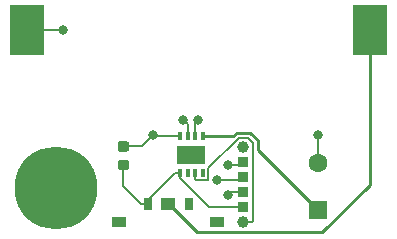
<source format=gbr>
G04 #@! TF.GenerationSoftware,KiCad,Pcbnew,(5.0.2)-1*
G04 #@! TF.CreationDate,2019-05-05T02:29:21-07:00*
G04 #@! TF.ProjectId,pic_beeper,7069635f-6265-4657-9065-722e6b696361,rev?*
G04 #@! TF.SameCoordinates,Original*
G04 #@! TF.FileFunction,Copper,L1,Top*
G04 #@! TF.FilePolarity,Positive*
%FSLAX46Y46*%
G04 Gerber Fmt 4.6, Leading zero omitted, Abs format (unit mm)*
G04 Created by KiCad (PCBNEW (5.0.2)-1) date 5/5/2019 2:29:21 AM*
%MOMM*%
%LPD*%
G01*
G04 APERTURE LIST*
G04 #@! TA.AperFunction,ComponentPad*
%ADD10C,1.600000*%
G04 #@! TD*
G04 #@! TA.AperFunction,ComponentPad*
%ADD11R,1.600000X1.600000*%
G04 #@! TD*
G04 #@! TA.AperFunction,Conductor*
%ADD12C,0.100000*%
G04 #@! TD*
G04 #@! TA.AperFunction,SMDPad,CuDef*
%ADD13C,0.875000*%
G04 #@! TD*
G04 #@! TA.AperFunction,ComponentPad*
%ADD14C,1.000000*%
G04 #@! TD*
G04 #@! TA.AperFunction,SMDPad,CuDef*
%ADD15R,0.900000X0.900000*%
G04 #@! TD*
G04 #@! TA.AperFunction,SMDPad,CuDef*
%ADD16R,1.200000X1.100000*%
G04 #@! TD*
G04 #@! TA.AperFunction,SMDPad,CuDef*
%ADD17R,0.800000X1.100000*%
G04 #@! TD*
G04 #@! TA.AperFunction,SMDPad,CuDef*
%ADD18R,1.200000X0.900000*%
G04 #@! TD*
G04 #@! TA.AperFunction,SMDPad,CuDef*
%ADD19R,3.000000X4.200000*%
G04 #@! TD*
G04 #@! TA.AperFunction,SMDPad,CuDef*
%ADD20R,2.400000X1.550000*%
G04 #@! TD*
G04 #@! TA.AperFunction,SMDPad,CuDef*
%ADD21R,0.350000X0.650000*%
G04 #@! TD*
G04 #@! TA.AperFunction,ComponentPad*
%ADD22C,7.000000*%
G04 #@! TD*
G04 #@! TA.AperFunction,ComponentPad*
%ADD23C,0.800000*%
G04 #@! TD*
G04 #@! TA.AperFunction,ViaPad*
%ADD24C,0.800000*%
G04 #@! TD*
G04 #@! TA.AperFunction,Conductor*
%ADD25C,0.250000*%
G04 #@! TD*
G04 #@! TA.AperFunction,Conductor*
%ADD26C,0.200000*%
G04 #@! TD*
G04 APERTURE END LIST*
D10*
G04 #@! TO.P,BZ1,2*
G04 #@! TO.N,-BATT*
X83820000Y-39180000D03*
D11*
G04 #@! TO.P,BZ1,1*
G04 #@! TO.N,/BUZZER*
X83820000Y-43180000D03*
G04 #@! TD*
D12*
G04 #@! TO.N,-BATT*
G04 #@! TO.C,C1*
G36*
X67587691Y-37358553D02*
X67608926Y-37361703D01*
X67629750Y-37366919D01*
X67649962Y-37374151D01*
X67669368Y-37383330D01*
X67687781Y-37394366D01*
X67705024Y-37407154D01*
X67720930Y-37421570D01*
X67735346Y-37437476D01*
X67748134Y-37454719D01*
X67759170Y-37473132D01*
X67768349Y-37492538D01*
X67775581Y-37512750D01*
X67780797Y-37533574D01*
X67783947Y-37554809D01*
X67785000Y-37576250D01*
X67785000Y-38013750D01*
X67783947Y-38035191D01*
X67780797Y-38056426D01*
X67775581Y-38077250D01*
X67768349Y-38097462D01*
X67759170Y-38116868D01*
X67748134Y-38135281D01*
X67735346Y-38152524D01*
X67720930Y-38168430D01*
X67705024Y-38182846D01*
X67687781Y-38195634D01*
X67669368Y-38206670D01*
X67649962Y-38215849D01*
X67629750Y-38223081D01*
X67608926Y-38228297D01*
X67587691Y-38231447D01*
X67566250Y-38232500D01*
X67053750Y-38232500D01*
X67032309Y-38231447D01*
X67011074Y-38228297D01*
X66990250Y-38223081D01*
X66970038Y-38215849D01*
X66950632Y-38206670D01*
X66932219Y-38195634D01*
X66914976Y-38182846D01*
X66899070Y-38168430D01*
X66884654Y-38152524D01*
X66871866Y-38135281D01*
X66860830Y-38116868D01*
X66851651Y-38097462D01*
X66844419Y-38077250D01*
X66839203Y-38056426D01*
X66836053Y-38035191D01*
X66835000Y-38013750D01*
X66835000Y-37576250D01*
X66836053Y-37554809D01*
X66839203Y-37533574D01*
X66844419Y-37512750D01*
X66851651Y-37492538D01*
X66860830Y-37473132D01*
X66871866Y-37454719D01*
X66884654Y-37437476D01*
X66899070Y-37421570D01*
X66914976Y-37407154D01*
X66932219Y-37394366D01*
X66950632Y-37383330D01*
X66970038Y-37374151D01*
X66990250Y-37366919D01*
X67011074Y-37361703D01*
X67032309Y-37358553D01*
X67053750Y-37357500D01*
X67566250Y-37357500D01*
X67587691Y-37358553D01*
X67587691Y-37358553D01*
G37*
D13*
G04 #@! TD*
G04 #@! TO.P,C1,2*
G04 #@! TO.N,-BATT*
X67310000Y-37795000D03*
D12*
G04 #@! TO.N,+BATT*
G04 #@! TO.C,C1*
G36*
X67587691Y-38933553D02*
X67608926Y-38936703D01*
X67629750Y-38941919D01*
X67649962Y-38949151D01*
X67669368Y-38958330D01*
X67687781Y-38969366D01*
X67705024Y-38982154D01*
X67720930Y-38996570D01*
X67735346Y-39012476D01*
X67748134Y-39029719D01*
X67759170Y-39048132D01*
X67768349Y-39067538D01*
X67775581Y-39087750D01*
X67780797Y-39108574D01*
X67783947Y-39129809D01*
X67785000Y-39151250D01*
X67785000Y-39588750D01*
X67783947Y-39610191D01*
X67780797Y-39631426D01*
X67775581Y-39652250D01*
X67768349Y-39672462D01*
X67759170Y-39691868D01*
X67748134Y-39710281D01*
X67735346Y-39727524D01*
X67720930Y-39743430D01*
X67705024Y-39757846D01*
X67687781Y-39770634D01*
X67669368Y-39781670D01*
X67649962Y-39790849D01*
X67629750Y-39798081D01*
X67608926Y-39803297D01*
X67587691Y-39806447D01*
X67566250Y-39807500D01*
X67053750Y-39807500D01*
X67032309Y-39806447D01*
X67011074Y-39803297D01*
X66990250Y-39798081D01*
X66970038Y-39790849D01*
X66950632Y-39781670D01*
X66932219Y-39770634D01*
X66914976Y-39757846D01*
X66899070Y-39743430D01*
X66884654Y-39727524D01*
X66871866Y-39710281D01*
X66860830Y-39691868D01*
X66851651Y-39672462D01*
X66844419Y-39652250D01*
X66839203Y-39631426D01*
X66836053Y-39610191D01*
X66835000Y-39588750D01*
X66835000Y-39151250D01*
X66836053Y-39129809D01*
X66839203Y-39108574D01*
X66844419Y-39087750D01*
X66851651Y-39067538D01*
X66860830Y-39048132D01*
X66871866Y-39029719D01*
X66884654Y-39012476D01*
X66899070Y-38996570D01*
X66914976Y-38982154D01*
X66932219Y-38969366D01*
X66950632Y-38958330D01*
X66970038Y-38949151D01*
X66990250Y-38941919D01*
X67011074Y-38936703D01*
X67032309Y-38933553D01*
X67053750Y-38932500D01*
X67566250Y-38932500D01*
X67587691Y-38933553D01*
X67587691Y-38933553D01*
G37*
D13*
G04 #@! TD*
G04 #@! TO.P,C1,1*
G04 #@! TO.N,+BATT*
X67310000Y-39370000D03*
D14*
G04 #@! TO.P,J1,6*
G04 #@! TO.N,Net-(J1-Pad6)*
X77470000Y-37846000D03*
D15*
G04 #@! TO.P,J1,5*
G04 #@! TO.N,/ICSPCLK*
X77470000Y-39116000D03*
G04 #@! TO.P,J1,4*
G04 #@! TO.N,/ICSPDAT*
X77470000Y-40386000D03*
G04 #@! TO.P,J1,3*
G04 #@! TO.N,-BATT*
X77470000Y-41656000D03*
G04 #@! TO.P,J1,2*
G04 #@! TO.N,+BATT*
X77470000Y-42926000D03*
D14*
G04 #@! TO.P,J1,1*
G04 #@! TO.N,/VPP*
X77470000Y-44196000D03*
G04 #@! TD*
D16*
G04 #@! TO.P,SW1,2*
G04 #@! TO.N,Net-(BT1-Pad1)*
X71120000Y-42646000D03*
D17*
G04 #@! TO.P,SW1,1*
G04 #@! TO.N,+BATT*
X69420000Y-42646000D03*
G04 #@! TO.P,SW1,3*
G04 #@! TO.N,Net-(SW1-Pad3)*
X72820000Y-42646000D03*
D18*
G04 #@! TO.P,SW1,*
G04 #@! TO.N,*
X75270000Y-44196000D03*
X66970000Y-44196000D03*
G04 #@! TD*
D19*
G04 #@! TO.P,BT1,1*
G04 #@! TO.N,Net-(BT1-Pad1)*
X88160000Y-27940000D03*
G04 #@! TO.P,BT1,2*
G04 #@! TO.N,-BATT*
X59160000Y-27940000D03*
G04 #@! TD*
D20*
G04 #@! TO.P,U1,9*
G04 #@! TO.N,N/C*
X73060000Y-38487500D03*
D21*
G04 #@! TO.P,U1,8*
G04 #@! TO.N,-BATT*
X72085000Y-36937500D03*
G04 #@! TO.P,U1,7*
G04 #@! TO.N,/ICSPDAT*
X72735000Y-36937500D03*
G04 #@! TO.P,U1,6*
G04 #@! TO.N,/ICSPCLK*
X73385000Y-36937500D03*
G04 #@! TO.P,U1,5*
G04 #@! TO.N,/BUZZER*
X74035000Y-36937500D03*
G04 #@! TO.P,U1,4*
G04 #@! TO.N,Net-(U1-Pad4)*
X74035000Y-40037500D03*
G04 #@! TO.P,U1,3*
G04 #@! TO.N,/VPP*
X73385000Y-40037500D03*
G04 #@! TO.P,U1,2*
G04 #@! TO.N,Net-(U1-Pad2)*
X72735000Y-40037500D03*
G04 #@! TO.P,U1,1*
G04 #@! TO.N,+BATT*
X72085000Y-40037500D03*
G04 #@! TD*
D22*
G04 #@! TO.P,H1,1*
G04 #@! TO.N,-BATT*
X61595000Y-41275000D03*
D23*
X64220000Y-41275000D03*
X63451155Y-43131155D03*
X61595000Y-43900000D03*
X59738845Y-43131155D03*
X58970000Y-41275000D03*
X59738845Y-39418845D03*
X61595000Y-38650000D03*
X63451155Y-39418845D03*
G04 #@! TD*
D24*
G04 #@! TO.N,-BATT*
X62230000Y-27940000D03*
X83820000Y-36830000D03*
X69850000Y-36830000D03*
X76200000Y-41910000D03*
G04 #@! TO.N,/ICSPDAT*
X72390000Y-35560000D03*
X75207265Y-40664752D03*
G04 #@! TO.N,/ICSPCLK*
X73660000Y-35560000D03*
X76200000Y-39370000D03*
G04 #@! TD*
D25*
G04 #@! TO.N,Net-(BT1-Pad1)*
X88160000Y-30290000D02*
X88160000Y-27940000D01*
X88160000Y-41025002D02*
X88160000Y-30290000D01*
X84164001Y-45021001D02*
X88160000Y-41025002D01*
X73545001Y-45021001D02*
X84164001Y-45021001D01*
X71170000Y-42646000D02*
X73545001Y-45021001D01*
X71120000Y-42646000D02*
X71170000Y-42646000D01*
D26*
G04 #@! TO.N,-BATT*
X59160000Y-27940000D02*
X62230000Y-27940000D01*
X83820000Y-39180000D02*
X83820000Y-36830000D01*
X67310000Y-37795000D02*
X68885000Y-37795000D01*
X68885000Y-37795000D02*
X69850000Y-36830000D01*
X69957500Y-36937500D02*
X69850000Y-36830000D01*
X72085000Y-36937500D02*
X69957500Y-36937500D01*
X77470000Y-41656000D02*
X76454000Y-41656000D01*
X76454000Y-41656000D02*
X76200000Y-41910000D01*
D25*
G04 #@! TO.N,/BUZZER*
X78695011Y-38055011D02*
X83820000Y-43180000D01*
X78695011Y-37285955D02*
X78695011Y-38055011D01*
X78030045Y-36620989D02*
X78695011Y-37285955D01*
X76909955Y-36620989D02*
X78030045Y-36620989D01*
X76593444Y-36937500D02*
X76909955Y-36620989D01*
X74035000Y-36937500D02*
X76593444Y-36937500D01*
D26*
G04 #@! TO.N,+BATT*
X68820000Y-42646000D02*
X69420000Y-42646000D01*
X67310000Y-41136000D02*
X68820000Y-42646000D01*
X67310000Y-39370000D02*
X67310000Y-41136000D01*
X69420000Y-42327500D02*
X69420000Y-42646000D01*
X71710000Y-40037500D02*
X69420000Y-42327500D01*
X72085000Y-40037500D02*
X71710000Y-40037500D01*
X76820000Y-42926000D02*
X77470000Y-42926000D01*
X74583498Y-42926000D02*
X76820000Y-42926000D01*
X72085000Y-40427502D02*
X74583498Y-42926000D01*
X72085000Y-40037500D02*
X72085000Y-40427502D01*
G04 #@! TO.N,/VPP*
X74510001Y-39621997D02*
X74510001Y-40602501D01*
X74450001Y-40662501D02*
X73485001Y-40662501D01*
X78177106Y-44196000D02*
X78270001Y-44103105D01*
X77470000Y-44196000D02*
X78177106Y-44196000D01*
X73485001Y-40662501D02*
X73385000Y-40562500D01*
X73385000Y-40562500D02*
X73385000Y-40037500D01*
X74510001Y-40602501D02*
X74450001Y-40662501D01*
X77854001Y-37045999D02*
X77085999Y-37045999D01*
X78270001Y-37461999D02*
X77854001Y-37045999D01*
X78270001Y-44103105D02*
X78270001Y-37461999D01*
X77085999Y-37045999D02*
X74510001Y-39621997D01*
G04 #@! TO.N,/ICSPDAT*
X72735000Y-36937500D02*
X72735000Y-35905000D01*
X72735000Y-35905000D02*
X72390000Y-35560000D01*
X77191248Y-40664752D02*
X77470000Y-40386000D01*
X75207265Y-40664752D02*
X77191248Y-40664752D01*
G04 #@! TO.N,/ICSPCLK*
X73385000Y-36937500D02*
X73385000Y-35835000D01*
X73385000Y-35835000D02*
X73660000Y-35560000D01*
X77216000Y-39370000D02*
X77470000Y-39116000D01*
X76200000Y-39370000D02*
X77216000Y-39370000D01*
G04 #@! TD*
M02*

</source>
